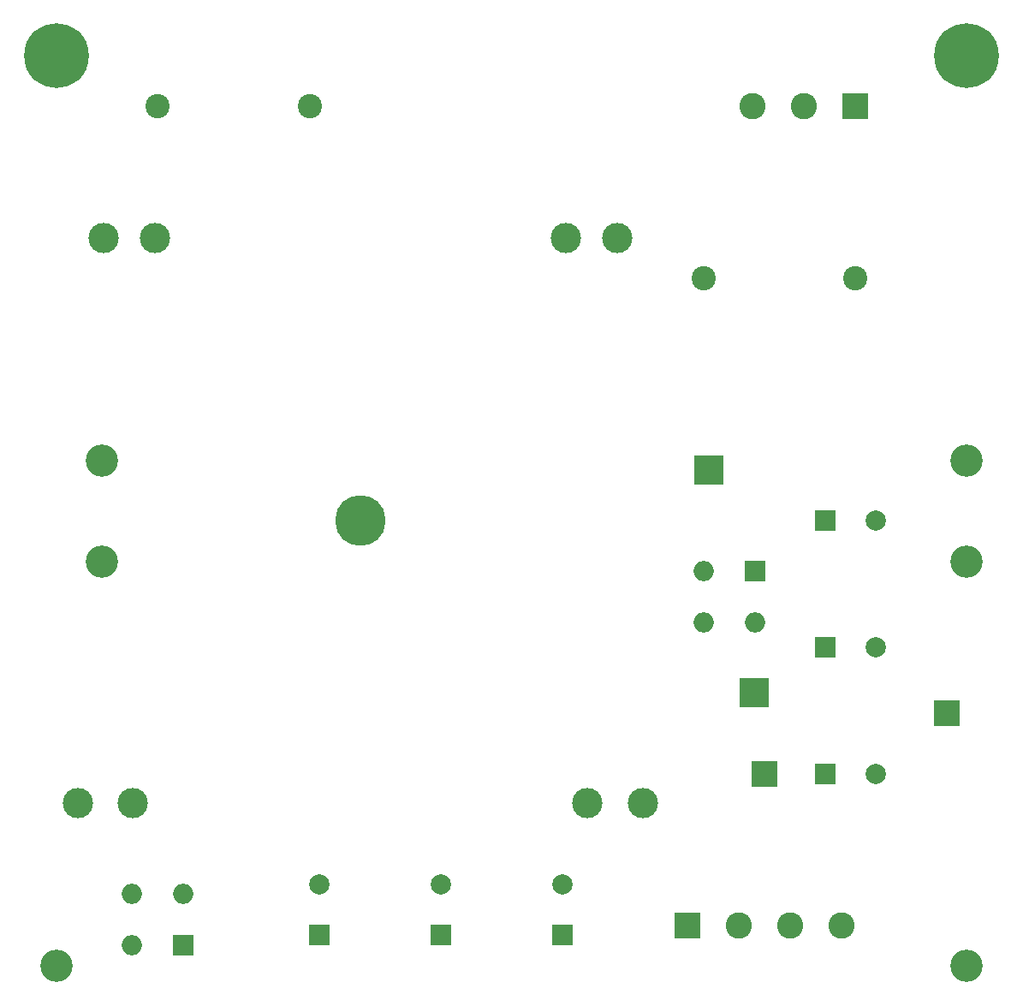
<source format=gbs>
G04 #@! TF.GenerationSoftware,KiCad,Pcbnew,6.0.8+dfsg-1~bpo11+1+rpt1*
G04 #@! TF.CreationDate,2023-02-05T13:30:40+00:00*
G04 #@! TF.ProjectId,MaxDC,4d617844-432e-46b6-9963-61645f706362,0.3*
G04 #@! TF.SameCoordinates,Original*
G04 #@! TF.FileFunction,Soldermask,Bot*
G04 #@! TF.FilePolarity,Negative*
%FSLAX46Y46*%
G04 Gerber Fmt 4.6, Leading zero omitted, Abs format (unit mm)*
G04 Created by KiCad (PCBNEW 6.0.8+dfsg-1~bpo11+1+rpt1) date 2023-02-05 13:30:40*
%MOMM*%
%LPD*%
G01*
G04 APERTURE LIST*
%ADD10R,2.600000X2.600000*%
%ADD11C,2.600000*%
%ADD12R,2.000000X2.000000*%
%ADD13O,2.000000X2.000000*%
%ADD14R,2.500000X2.500000*%
%ADD15C,2.000000*%
%ADD16C,2.400000*%
%ADD17C,3.200000*%
%ADD18C,5.000000*%
%ADD19C,3.000000*%
%ADD20C,6.400000*%
%ADD21R,3.000000X3.000000*%
G04 APERTURE END LIST*
D10*
X184000000Y-60000000D03*
D11*
X178920000Y-60000000D03*
X173840000Y-60000000D03*
D12*
X174045000Y-105975000D03*
D13*
X168965000Y-105975000D03*
X168965000Y-111055000D03*
X174045000Y-111055000D03*
D14*
X175000000Y-126000000D03*
D12*
X117500000Y-143000000D03*
D13*
X117500000Y-137920000D03*
X112420000Y-137920000D03*
X112420000Y-143000000D03*
D12*
X155000000Y-141967677D03*
D15*
X155000000Y-136967677D03*
D16*
X184000000Y-77000000D03*
X169000000Y-77000000D03*
D17*
X195000000Y-95000000D03*
D12*
X181000000Y-126000000D03*
D15*
X186000000Y-126000000D03*
D12*
X181000000Y-113500000D03*
D15*
X186000000Y-113500000D03*
D17*
X195000000Y-145000000D03*
D18*
X135000000Y-101000000D03*
D19*
X109600000Y-73060000D03*
X114680000Y-73060000D03*
X155320000Y-73060000D03*
X160400000Y-73060000D03*
X162940000Y-128940000D03*
X157460000Y-128940000D03*
X112540000Y-128940000D03*
X107060000Y-128940000D03*
D17*
X109500000Y-105000000D03*
X109500000Y-95000000D03*
D14*
X193000000Y-120000000D03*
D20*
X105000000Y-55000000D03*
D21*
X174000000Y-118000000D03*
D17*
X195000000Y-105000000D03*
D10*
X167380000Y-141000000D03*
D11*
X172460000Y-141000000D03*
X177540000Y-141000000D03*
X182620000Y-141000000D03*
D16*
X115000000Y-60000000D03*
X130000000Y-60000000D03*
D17*
X105000000Y-145000000D03*
D21*
X169500000Y-96000000D03*
D12*
X131000000Y-141967677D03*
D15*
X131000000Y-136967677D03*
D20*
X195000000Y-55000000D03*
D12*
X143000000Y-141967677D03*
D15*
X143000000Y-136967677D03*
D12*
X181000000Y-101000000D03*
D15*
X186000000Y-101000000D03*
M02*

</source>
